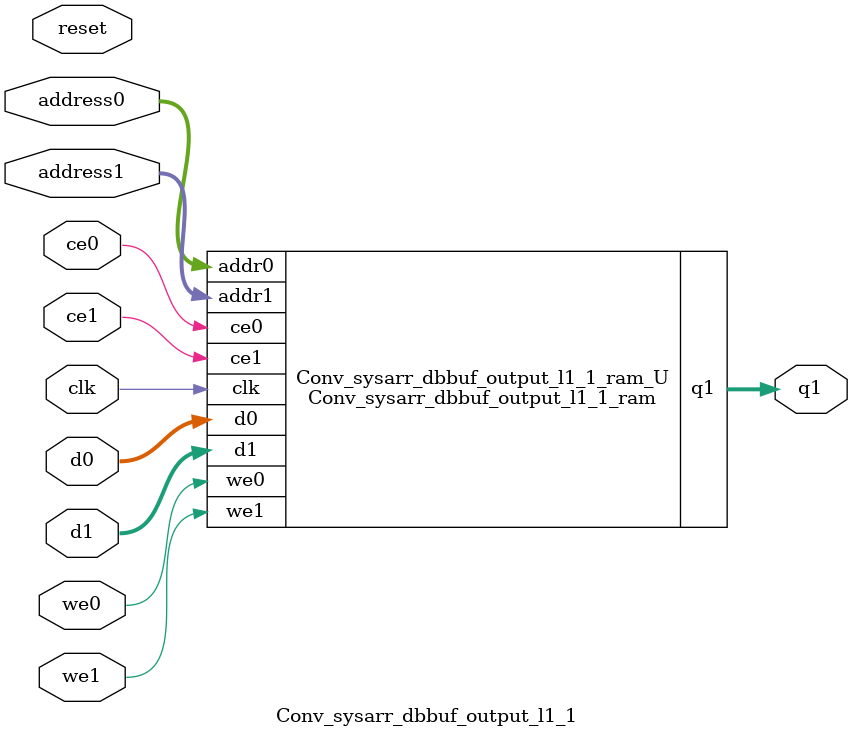
<source format=v>
`timescale 1 ns / 1 ps
module Conv_sysarr_dbbuf_output_l1_1_ram (addr0, ce0, d0, we0, addr1, ce1, d1, we1, q1,  clk);

parameter DWIDTH = 32;
parameter AWIDTH = 9;
parameter MEM_SIZE = 512;

input[AWIDTH-1:0] addr0;
input ce0;
input[DWIDTH-1:0] d0;
input we0;
input[AWIDTH-1:0] addr1;
input ce1;
input[DWIDTH-1:0] d1;
input we1;
output reg[DWIDTH-1:0] q1;
input clk;

(* ram_style = "block" *)reg [DWIDTH-1:0] ram[0:MEM_SIZE-1];




always @(posedge clk)  
begin 
    if (ce0) begin
        if (we0) 
            ram[addr0] <= d0; 
    end
end


always @(posedge clk)  
begin 
    if (ce1) begin
        if (we1) 
            ram[addr1] <= d1; 
        q1 <= ram[addr1];
    end
end


endmodule

`timescale 1 ns / 1 ps
module Conv_sysarr_dbbuf_output_l1_1(
    reset,
    clk,
    address0,
    ce0,
    we0,
    d0,
    address1,
    ce1,
    we1,
    d1,
    q1);

parameter DataWidth = 32'd32;
parameter AddressRange = 32'd512;
parameter AddressWidth = 32'd9;
input reset;
input clk;
input[AddressWidth - 1:0] address0;
input ce0;
input we0;
input[DataWidth - 1:0] d0;
input[AddressWidth - 1:0] address1;
input ce1;
input we1;
input[DataWidth - 1:0] d1;
output[DataWidth - 1:0] q1;



Conv_sysarr_dbbuf_output_l1_1_ram Conv_sysarr_dbbuf_output_l1_1_ram_U(
    .clk( clk ),
    .addr0( address0 ),
    .ce0( ce0 ),
    .we0( we0 ),
    .d0( d0 ),
    .addr1( address1 ),
    .ce1( ce1 ),
    .we1( we1 ),
    .d1( d1 ),
    .q1( q1 ));

endmodule


</source>
